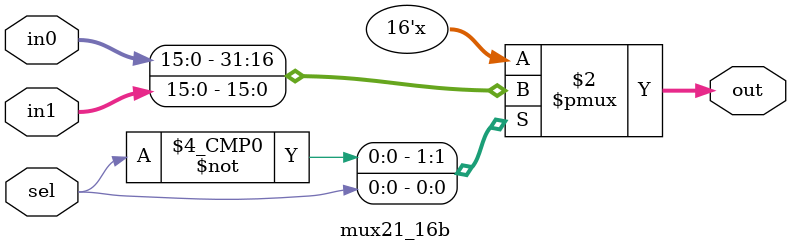
<source format=v>
/* 2:1 Multiplexer(16bit)*/
module mux21_16b(in0,in1,sel,out);
  input [15:0] in0, in1;
  input sel;
  output reg [15:0] out;
  
  // select
  always @(*) begin
    case(sel)
	  1'b0 : out = in0;
	  1'b1 : out = in1;
	endcase
  end
endmodule
</source>
